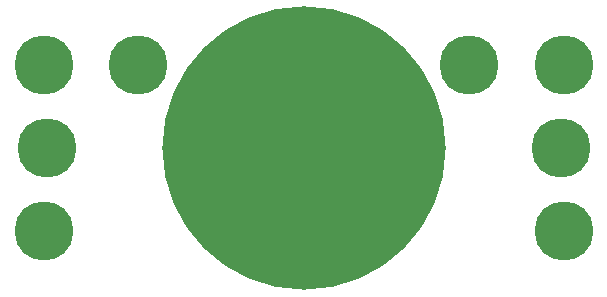
<source format=gbl>
G04 #@! TF.GenerationSoftware,KiCad,Pcbnew,5.1.9+dfsg1-1*
G04 #@! TF.CreationDate,2023-03-08T14:36:01+09:00*
G04 #@! TF.ProjectId,top,746f702e-6b69-4636-9164-5f7063625858,rev?*
G04 #@! TF.SameCoordinates,Original*
G04 #@! TF.FileFunction,Copper,L2,Bot*
G04 #@! TF.FilePolarity,Positive*
%FSLAX46Y46*%
G04 Gerber Fmt 4.6, Leading zero omitted, Abs format (unit mm)*
G04 Created by KiCad (PCBNEW 5.1.9+dfsg1-1) date 2023-03-08 14:36:01*
%MOMM*%
%LPD*%
G01*
G04 APERTURE LIST*
G04 #@! TA.AperFunction,ComponentPad*
%ADD10C,5.000000*%
G04 #@! TD*
G04 #@! TA.AperFunction,SMDPad,CuDef*
%ADD11C,24.000000*%
G04 #@! TD*
G04 #@! TA.AperFunction,ComponentPad*
%ADD12C,6.000000*%
G04 #@! TD*
G04 APERTURE END LIST*
D10*
X153000000Y-117000000D03*
X197000000Y-117000000D03*
X153250000Y-110000000D03*
X197000000Y-103000000D03*
X196750000Y-110000000D03*
X153000000Y-103000000D03*
X161000000Y-103000000D03*
X189000000Y-103000000D03*
D11*
X175000000Y-110000000D03*
D12*
X169343146Y-104343146D03*
X180656854Y-104343146D03*
X180656854Y-115656854D03*
X169343146Y-115656854D03*
D10*
X175000000Y-110000000D03*
M02*

</source>
